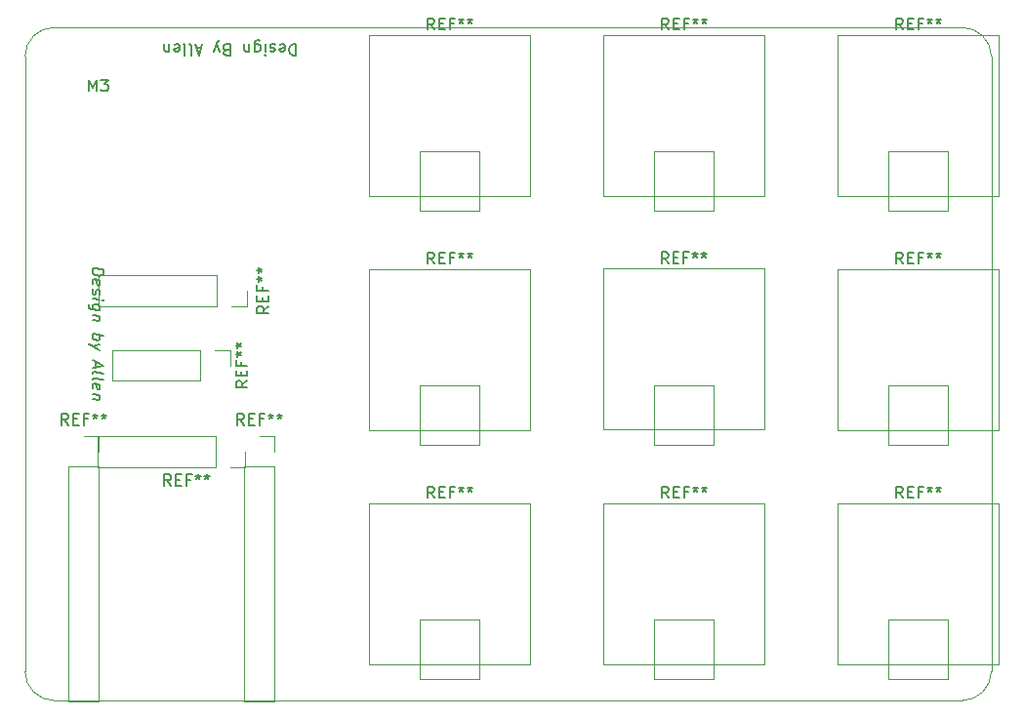
<source format=gbr>
%TF.GenerationSoftware,KiCad,Pcbnew,(6.0.5)*%
%TF.CreationDate,2022-06-04T16:39:11+08:00*%
%TF.ProjectId,keyboard_V3,6b657962-6f61-4726-945f-56332e6b6963,rev?*%
%TF.SameCoordinates,Original*%
%TF.FileFunction,Legend,Top*%
%TF.FilePolarity,Positive*%
%FSLAX46Y46*%
G04 Gerber Fmt 4.6, Leading zero omitted, Abs format (unit mm)*
G04 Created by KiCad (PCBNEW (6.0.5)) date 2022-06-04 16:39:11*
%MOMM*%
%LPD*%
G01*
G04 APERTURE LIST*
%TA.AperFunction,Profile*%
%ADD10C,0.100000*%
%TD*%
%TA.AperFunction,Profile*%
%ADD11C,0.050000*%
%TD*%
%ADD12C,0.150000*%
%ADD13C,0.120000*%
G04 APERTURE END LIST*
D10*
X107950000Y-113030000D02*
G75*
G03*
X110490000Y-110490000I0J2540000D01*
G01*
D11*
X101538462Y-65342253D02*
X106720062Y-65342253D01*
X106720062Y-65342253D02*
X106720062Y-70553853D01*
X106720062Y-70553853D02*
X101538462Y-70553853D01*
X101538462Y-70553853D02*
X101538462Y-65342253D01*
D10*
X29210000Y-113030000D02*
X107950000Y-113030000D01*
D11*
X60909200Y-85674200D02*
X66090800Y-85674200D01*
X66090800Y-85674200D02*
X66090800Y-90855800D01*
X66090800Y-90855800D02*
X60909200Y-90855800D01*
X60909200Y-90855800D02*
X60909200Y-85674200D01*
X60903194Y-65342253D02*
X66084794Y-65342253D01*
X66084794Y-65342253D02*
X66084794Y-70543853D01*
X66084794Y-70543853D02*
X60903194Y-70543853D01*
X60903194Y-70543853D02*
X60903194Y-65342253D01*
X101538462Y-85654200D02*
X106720062Y-85654200D01*
X106720062Y-85654200D02*
X106720062Y-90855800D01*
X106720062Y-90855800D02*
X101538462Y-90855800D01*
X101538462Y-90855800D02*
X101538462Y-85654200D01*
X81220828Y-85654200D02*
X86402428Y-85654200D01*
X86402428Y-85654200D02*
X86402428Y-90855800D01*
X86402428Y-90855800D02*
X81220828Y-90855800D01*
X81220828Y-90855800D02*
X81220828Y-85654200D01*
X81229200Y-65335000D02*
X86410800Y-65335000D01*
X86410800Y-65335000D02*
X86410800Y-70536600D01*
X86410800Y-70536600D02*
X81229200Y-70536600D01*
X81229200Y-70536600D02*
X81229200Y-65335000D01*
D10*
X26670000Y-110490000D02*
X26670000Y-57150000D01*
X110490000Y-110490000D02*
X110490000Y-57150000D01*
X110490000Y-57150000D02*
G75*
G03*
X107950000Y-54610000I-2540000J0D01*
G01*
D11*
X101549200Y-105974200D02*
X106730800Y-105974200D01*
X106730800Y-105974200D02*
X106730800Y-111195800D01*
X106730800Y-111195800D02*
X101549200Y-111195800D01*
X101549200Y-111195800D02*
X101549200Y-105974200D01*
D10*
X107950000Y-54610000D02*
X29210000Y-54610000D01*
D11*
X60909200Y-105984200D02*
X66090800Y-105984200D01*
X66090800Y-105984200D02*
X66090800Y-111175800D01*
X66090800Y-111175800D02*
X60909200Y-111175800D01*
X60909200Y-111175800D02*
X60909200Y-105984200D01*
X26670000Y-110490000D02*
G75*
G03*
X29210000Y-113030000I2540000J0D01*
G01*
X81229200Y-105974200D02*
X86410800Y-105974200D01*
X86410800Y-105974200D02*
X86410800Y-111195800D01*
X86410800Y-111195800D02*
X81229200Y-111195800D01*
X81229200Y-111195800D02*
X81229200Y-105974200D01*
X29210000Y-54610000D02*
G75*
G03*
X26670000Y-57150000I0J-2540000D01*
G01*
D12*
X32507619Y-75518660D02*
X33507619Y-75643660D01*
X33507619Y-75881755D01*
X33460000Y-76018660D01*
X33364761Y-76101994D01*
X33269523Y-76137708D01*
X33079047Y-76161517D01*
X32936190Y-76143660D01*
X32745714Y-76072232D01*
X32650476Y-76012708D01*
X32555238Y-75905565D01*
X32507619Y-75756755D01*
X32507619Y-75518660D01*
X32555238Y-76905565D02*
X32507619Y-76804375D01*
X32507619Y-76613898D01*
X32555238Y-76524613D01*
X32650476Y-76488898D01*
X33031428Y-76536517D01*
X33126666Y-76596041D01*
X33174285Y-76697232D01*
X33174285Y-76887708D01*
X33126666Y-76976994D01*
X33031428Y-77012708D01*
X32936190Y-77000803D01*
X32840952Y-76512708D01*
X32555238Y-77334136D02*
X32507619Y-77423422D01*
X32507619Y-77613898D01*
X32555238Y-77715089D01*
X32650476Y-77774613D01*
X32698095Y-77780565D01*
X32793333Y-77744851D01*
X32840952Y-77655565D01*
X32840952Y-77512708D01*
X32888571Y-77423422D01*
X32983809Y-77387708D01*
X33031428Y-77393660D01*
X33126666Y-77453184D01*
X33174285Y-77554375D01*
X33174285Y-77697232D01*
X33126666Y-77786517D01*
X32507619Y-78185327D02*
X33174285Y-78268660D01*
X33507619Y-78310327D02*
X33460000Y-78256755D01*
X33412380Y-78298422D01*
X33460000Y-78351994D01*
X33507619Y-78310327D01*
X33412380Y-78298422D01*
X33174285Y-79173422D02*
X32364761Y-79072232D01*
X32269523Y-79012708D01*
X32221904Y-78959136D01*
X32174285Y-78857946D01*
X32174285Y-78715089D01*
X32221904Y-78625803D01*
X32555238Y-79096041D02*
X32507619Y-78994851D01*
X32507619Y-78804375D01*
X32555238Y-78715089D01*
X32602857Y-78673422D01*
X32698095Y-78637708D01*
X32983809Y-78673422D01*
X33079047Y-78732946D01*
X33126666Y-78786517D01*
X33174285Y-78887708D01*
X33174285Y-79078184D01*
X33126666Y-79167470D01*
X33174285Y-79649613D02*
X32507619Y-79566279D01*
X33079047Y-79637708D02*
X33126666Y-79691279D01*
X33174285Y-79792470D01*
X33174285Y-79935327D01*
X33126666Y-80024613D01*
X33031428Y-80060327D01*
X32507619Y-79994851D01*
X32507619Y-81232946D02*
X33507619Y-81357946D01*
X33126666Y-81310327D02*
X33174285Y-81411517D01*
X33174285Y-81601994D01*
X33126666Y-81691279D01*
X33079047Y-81732946D01*
X32983809Y-81768660D01*
X32698095Y-81732946D01*
X32602857Y-81673422D01*
X32555238Y-81619851D01*
X32507619Y-81518660D01*
X32507619Y-81328184D01*
X32555238Y-81238898D01*
X33174285Y-82125803D02*
X32507619Y-82280565D01*
X33174285Y-82601994D02*
X32507619Y-82280565D01*
X32269523Y-82155565D01*
X32221904Y-82101994D01*
X32174285Y-82000803D01*
X32793333Y-83649613D02*
X32793333Y-84125803D01*
X32507619Y-83518660D02*
X33507619Y-83976994D01*
X32507619Y-84185327D01*
X32507619Y-84661517D02*
X32555238Y-84572232D01*
X32650476Y-84536517D01*
X33507619Y-84643660D01*
X32507619Y-85185327D02*
X32555238Y-85096041D01*
X32650476Y-85060327D01*
X33507619Y-85167470D01*
X32555238Y-85953184D02*
X32507619Y-85851994D01*
X32507619Y-85661517D01*
X32555238Y-85572232D01*
X32650476Y-85536517D01*
X33031428Y-85584136D01*
X33126666Y-85643660D01*
X33174285Y-85744851D01*
X33174285Y-85935327D01*
X33126666Y-86024613D01*
X33031428Y-86060327D01*
X32936190Y-86048422D01*
X32840952Y-85560327D01*
X33174285Y-86506755D02*
X32507619Y-86423422D01*
X33079047Y-86494851D02*
X33126666Y-86548422D01*
X33174285Y-86649613D01*
X33174285Y-86792470D01*
X33126666Y-86881755D01*
X33031428Y-86917470D01*
X32507619Y-86851994D01*
X50164285Y-56062619D02*
X50164285Y-57062619D01*
X49926190Y-57062619D01*
X49783333Y-57015000D01*
X49688095Y-56919761D01*
X49640476Y-56824523D01*
X49592857Y-56634047D01*
X49592857Y-56491190D01*
X49640476Y-56300714D01*
X49688095Y-56205476D01*
X49783333Y-56110238D01*
X49926190Y-56062619D01*
X50164285Y-56062619D01*
X48783333Y-56110238D02*
X48878571Y-56062619D01*
X49069047Y-56062619D01*
X49164285Y-56110238D01*
X49211904Y-56205476D01*
X49211904Y-56586428D01*
X49164285Y-56681666D01*
X49069047Y-56729285D01*
X48878571Y-56729285D01*
X48783333Y-56681666D01*
X48735714Y-56586428D01*
X48735714Y-56491190D01*
X49211904Y-56395952D01*
X48354761Y-56110238D02*
X48259523Y-56062619D01*
X48069047Y-56062619D01*
X47973809Y-56110238D01*
X47926190Y-56205476D01*
X47926190Y-56253095D01*
X47973809Y-56348333D01*
X48069047Y-56395952D01*
X48211904Y-56395952D01*
X48307142Y-56443571D01*
X48354761Y-56538809D01*
X48354761Y-56586428D01*
X48307142Y-56681666D01*
X48211904Y-56729285D01*
X48069047Y-56729285D01*
X47973809Y-56681666D01*
X47497619Y-56062619D02*
X47497619Y-56729285D01*
X47497619Y-57062619D02*
X47545238Y-57015000D01*
X47497619Y-56967380D01*
X47450000Y-57015000D01*
X47497619Y-57062619D01*
X47497619Y-56967380D01*
X46592857Y-56729285D02*
X46592857Y-55919761D01*
X46640476Y-55824523D01*
X46688095Y-55776904D01*
X46783333Y-55729285D01*
X46926190Y-55729285D01*
X47021428Y-55776904D01*
X46592857Y-56110238D02*
X46688095Y-56062619D01*
X46878571Y-56062619D01*
X46973809Y-56110238D01*
X47021428Y-56157857D01*
X47069047Y-56253095D01*
X47069047Y-56538809D01*
X47021428Y-56634047D01*
X46973809Y-56681666D01*
X46878571Y-56729285D01*
X46688095Y-56729285D01*
X46592857Y-56681666D01*
X46116666Y-56729285D02*
X46116666Y-56062619D01*
X46116666Y-56634047D02*
X46069047Y-56681666D01*
X45973809Y-56729285D01*
X45830952Y-56729285D01*
X45735714Y-56681666D01*
X45688095Y-56586428D01*
X45688095Y-56062619D01*
X44116666Y-56586428D02*
X43973809Y-56538809D01*
X43926190Y-56491190D01*
X43878571Y-56395952D01*
X43878571Y-56253095D01*
X43926190Y-56157857D01*
X43973809Y-56110238D01*
X44069047Y-56062619D01*
X44450000Y-56062619D01*
X44450000Y-57062619D01*
X44116666Y-57062619D01*
X44021428Y-57015000D01*
X43973809Y-56967380D01*
X43926190Y-56872142D01*
X43926190Y-56776904D01*
X43973809Y-56681666D01*
X44021428Y-56634047D01*
X44116666Y-56586428D01*
X44450000Y-56586428D01*
X43545238Y-56729285D02*
X43307142Y-56062619D01*
X43069047Y-56729285D02*
X43307142Y-56062619D01*
X43402380Y-55824523D01*
X43450000Y-55776904D01*
X43545238Y-55729285D01*
X41973809Y-56348333D02*
X41497619Y-56348333D01*
X42069047Y-56062619D02*
X41735714Y-57062619D01*
X41402380Y-56062619D01*
X40926190Y-56062619D02*
X41021428Y-56110238D01*
X41069047Y-56205476D01*
X41069047Y-57062619D01*
X40402380Y-56062619D02*
X40497619Y-56110238D01*
X40545238Y-56205476D01*
X40545238Y-57062619D01*
X39640476Y-56110238D02*
X39735714Y-56062619D01*
X39926190Y-56062619D01*
X40021428Y-56110238D01*
X40069047Y-56205476D01*
X40069047Y-56586428D01*
X40021428Y-56681666D01*
X39926190Y-56729285D01*
X39735714Y-56729285D01*
X39640476Y-56681666D01*
X39592857Y-56586428D01*
X39592857Y-56491190D01*
X40069047Y-56395952D01*
X39164285Y-56729285D02*
X39164285Y-56062619D01*
X39164285Y-56634047D02*
X39116666Y-56681666D01*
X39021428Y-56729285D01*
X38878571Y-56729285D01*
X38783333Y-56681666D01*
X38735714Y-56586428D01*
X38735714Y-56062619D01*
X32210476Y-60142380D02*
X32210476Y-59142380D01*
X32543809Y-59856666D01*
X32877142Y-59142380D01*
X32877142Y-60142380D01*
X33258095Y-59142380D02*
X33877142Y-59142380D01*
X33543809Y-59523333D01*
X33686666Y-59523333D01*
X33781904Y-59570952D01*
X33829523Y-59618571D01*
X33877142Y-59713809D01*
X33877142Y-59951904D01*
X33829523Y-60047142D01*
X33781904Y-60094761D01*
X33686666Y-60142380D01*
X33400952Y-60142380D01*
X33305714Y-60094761D01*
X33258095Y-60047142D01*
%TO.C,REF\u002A\u002A*%
X62166666Y-54808380D02*
X61833333Y-54332190D01*
X61595238Y-54808380D02*
X61595238Y-53808380D01*
X61976190Y-53808380D01*
X62071428Y-53856000D01*
X62119047Y-53903619D01*
X62166666Y-53998857D01*
X62166666Y-54141714D01*
X62119047Y-54236952D01*
X62071428Y-54284571D01*
X61976190Y-54332190D01*
X61595238Y-54332190D01*
X62595238Y-54284571D02*
X62928571Y-54284571D01*
X63071428Y-54808380D02*
X62595238Y-54808380D01*
X62595238Y-53808380D01*
X63071428Y-53808380D01*
X63833333Y-54284571D02*
X63500000Y-54284571D01*
X63500000Y-54808380D02*
X63500000Y-53808380D01*
X63976190Y-53808380D01*
X64500000Y-53808380D02*
X64500000Y-54046476D01*
X64261904Y-53951238D02*
X64500000Y-54046476D01*
X64738095Y-53951238D01*
X64357142Y-54236952D02*
X64500000Y-54046476D01*
X64642857Y-54236952D01*
X65261904Y-53808380D02*
X65261904Y-54046476D01*
X65023809Y-53951238D02*
X65261904Y-54046476D01*
X65500000Y-53951238D01*
X65119047Y-54236952D02*
X65261904Y-54046476D01*
X65404761Y-54236952D01*
X102806666Y-95448380D02*
X102473333Y-94972190D01*
X102235238Y-95448380D02*
X102235238Y-94448380D01*
X102616190Y-94448380D01*
X102711428Y-94496000D01*
X102759047Y-94543619D01*
X102806666Y-94638857D01*
X102806666Y-94781714D01*
X102759047Y-94876952D01*
X102711428Y-94924571D01*
X102616190Y-94972190D01*
X102235238Y-94972190D01*
X103235238Y-94924571D02*
X103568571Y-94924571D01*
X103711428Y-95448380D02*
X103235238Y-95448380D01*
X103235238Y-94448380D01*
X103711428Y-94448380D01*
X104473333Y-94924571D02*
X104140000Y-94924571D01*
X104140000Y-95448380D02*
X104140000Y-94448380D01*
X104616190Y-94448380D01*
X105140000Y-94448380D02*
X105140000Y-94686476D01*
X104901904Y-94591238D02*
X105140000Y-94686476D01*
X105378095Y-94591238D01*
X104997142Y-94876952D02*
X105140000Y-94686476D01*
X105282857Y-94876952D01*
X105901904Y-94448380D02*
X105901904Y-94686476D01*
X105663809Y-94591238D02*
X105901904Y-94686476D01*
X106140000Y-94591238D01*
X105759047Y-94876952D02*
X105901904Y-94686476D01*
X106044761Y-94876952D01*
X82486666Y-95448380D02*
X82153333Y-94972190D01*
X81915238Y-95448380D02*
X81915238Y-94448380D01*
X82296190Y-94448380D01*
X82391428Y-94496000D01*
X82439047Y-94543619D01*
X82486666Y-94638857D01*
X82486666Y-94781714D01*
X82439047Y-94876952D01*
X82391428Y-94924571D01*
X82296190Y-94972190D01*
X81915238Y-94972190D01*
X82915238Y-94924571D02*
X83248571Y-94924571D01*
X83391428Y-95448380D02*
X82915238Y-95448380D01*
X82915238Y-94448380D01*
X83391428Y-94448380D01*
X84153333Y-94924571D02*
X83820000Y-94924571D01*
X83820000Y-95448380D02*
X83820000Y-94448380D01*
X84296190Y-94448380D01*
X84820000Y-94448380D02*
X84820000Y-94686476D01*
X84581904Y-94591238D02*
X84820000Y-94686476D01*
X85058095Y-94591238D01*
X84677142Y-94876952D02*
X84820000Y-94686476D01*
X84962857Y-94876952D01*
X85581904Y-94448380D02*
X85581904Y-94686476D01*
X85343809Y-94591238D02*
X85581904Y-94686476D01*
X85820000Y-94591238D01*
X85439047Y-94876952D02*
X85581904Y-94686476D01*
X85724761Y-94876952D01*
X45656666Y-89122380D02*
X45323333Y-88646190D01*
X45085238Y-89122380D02*
X45085238Y-88122380D01*
X45466190Y-88122380D01*
X45561428Y-88170000D01*
X45609047Y-88217619D01*
X45656666Y-88312857D01*
X45656666Y-88455714D01*
X45609047Y-88550952D01*
X45561428Y-88598571D01*
X45466190Y-88646190D01*
X45085238Y-88646190D01*
X46085238Y-88598571D02*
X46418571Y-88598571D01*
X46561428Y-89122380D02*
X46085238Y-89122380D01*
X46085238Y-88122380D01*
X46561428Y-88122380D01*
X47323333Y-88598571D02*
X46990000Y-88598571D01*
X46990000Y-89122380D02*
X46990000Y-88122380D01*
X47466190Y-88122380D01*
X47990000Y-88122380D02*
X47990000Y-88360476D01*
X47751904Y-88265238D02*
X47990000Y-88360476D01*
X48228095Y-88265238D01*
X47847142Y-88550952D02*
X47990000Y-88360476D01*
X48132857Y-88550952D01*
X48751904Y-88122380D02*
X48751904Y-88360476D01*
X48513809Y-88265238D02*
X48751904Y-88360476D01*
X48990000Y-88265238D01*
X48609047Y-88550952D02*
X48751904Y-88360476D01*
X48894761Y-88550952D01*
X82486666Y-54808380D02*
X82153333Y-54332190D01*
X81915238Y-54808380D02*
X81915238Y-53808380D01*
X82296190Y-53808380D01*
X82391428Y-53856000D01*
X82439047Y-53903619D01*
X82486666Y-53998857D01*
X82486666Y-54141714D01*
X82439047Y-54236952D01*
X82391428Y-54284571D01*
X82296190Y-54332190D01*
X81915238Y-54332190D01*
X82915238Y-54284571D02*
X83248571Y-54284571D01*
X83391428Y-54808380D02*
X82915238Y-54808380D01*
X82915238Y-53808380D01*
X83391428Y-53808380D01*
X84153333Y-54284571D02*
X83820000Y-54284571D01*
X83820000Y-54808380D02*
X83820000Y-53808380D01*
X84296190Y-53808380D01*
X84820000Y-53808380D02*
X84820000Y-54046476D01*
X84581904Y-53951238D02*
X84820000Y-54046476D01*
X85058095Y-53951238D01*
X84677142Y-54236952D02*
X84820000Y-54046476D01*
X84962857Y-54236952D01*
X85581904Y-53808380D02*
X85581904Y-54046476D01*
X85343809Y-53951238D02*
X85581904Y-54046476D01*
X85820000Y-53951238D01*
X85439047Y-54236952D02*
X85581904Y-54046476D01*
X85724761Y-54236952D01*
X102806666Y-75128380D02*
X102473333Y-74652190D01*
X102235238Y-75128380D02*
X102235238Y-74128380D01*
X102616190Y-74128380D01*
X102711428Y-74176000D01*
X102759047Y-74223619D01*
X102806666Y-74318857D01*
X102806666Y-74461714D01*
X102759047Y-74556952D01*
X102711428Y-74604571D01*
X102616190Y-74652190D01*
X102235238Y-74652190D01*
X103235238Y-74604571D02*
X103568571Y-74604571D01*
X103711428Y-75128380D02*
X103235238Y-75128380D01*
X103235238Y-74128380D01*
X103711428Y-74128380D01*
X104473333Y-74604571D02*
X104140000Y-74604571D01*
X104140000Y-75128380D02*
X104140000Y-74128380D01*
X104616190Y-74128380D01*
X105140000Y-74128380D02*
X105140000Y-74366476D01*
X104901904Y-74271238D02*
X105140000Y-74366476D01*
X105378095Y-74271238D01*
X104997142Y-74556952D02*
X105140000Y-74366476D01*
X105282857Y-74556952D01*
X105901904Y-74128380D02*
X105901904Y-74366476D01*
X105663809Y-74271238D02*
X105901904Y-74366476D01*
X106140000Y-74271238D01*
X105759047Y-74556952D02*
X105901904Y-74366476D01*
X106044761Y-74556952D01*
X30416666Y-89122380D02*
X30083333Y-88646190D01*
X29845238Y-89122380D02*
X29845238Y-88122380D01*
X30226190Y-88122380D01*
X30321428Y-88170000D01*
X30369047Y-88217619D01*
X30416666Y-88312857D01*
X30416666Y-88455714D01*
X30369047Y-88550952D01*
X30321428Y-88598571D01*
X30226190Y-88646190D01*
X29845238Y-88646190D01*
X30845238Y-88598571D02*
X31178571Y-88598571D01*
X31321428Y-89122380D02*
X30845238Y-89122380D01*
X30845238Y-88122380D01*
X31321428Y-88122380D01*
X32083333Y-88598571D02*
X31750000Y-88598571D01*
X31750000Y-89122380D02*
X31750000Y-88122380D01*
X32226190Y-88122380D01*
X32750000Y-88122380D02*
X32750000Y-88360476D01*
X32511904Y-88265238D02*
X32750000Y-88360476D01*
X32988095Y-88265238D01*
X32607142Y-88550952D02*
X32750000Y-88360476D01*
X32892857Y-88550952D01*
X33511904Y-88122380D02*
X33511904Y-88360476D01*
X33273809Y-88265238D02*
X33511904Y-88360476D01*
X33750000Y-88265238D01*
X33369047Y-88550952D02*
X33511904Y-88360476D01*
X33654761Y-88550952D01*
X82467448Y-75118771D02*
X82134115Y-74642581D01*
X81896020Y-75118771D02*
X81896020Y-74118771D01*
X82276972Y-74118771D01*
X82372210Y-74166391D01*
X82419829Y-74214010D01*
X82467448Y-74309248D01*
X82467448Y-74452105D01*
X82419829Y-74547343D01*
X82372210Y-74594962D01*
X82276972Y-74642581D01*
X81896020Y-74642581D01*
X82896020Y-74594962D02*
X83229353Y-74594962D01*
X83372210Y-75118771D02*
X82896020Y-75118771D01*
X82896020Y-74118771D01*
X83372210Y-74118771D01*
X84134115Y-74594962D02*
X83800782Y-74594962D01*
X83800782Y-75118771D02*
X83800782Y-74118771D01*
X84276972Y-74118771D01*
X84800782Y-74118771D02*
X84800782Y-74356867D01*
X84562686Y-74261629D02*
X84800782Y-74356867D01*
X85038877Y-74261629D01*
X84657924Y-74547343D02*
X84800782Y-74356867D01*
X84943639Y-74547343D01*
X85562686Y-74118771D02*
X85562686Y-74356867D01*
X85324591Y-74261629D02*
X85562686Y-74356867D01*
X85800782Y-74261629D01*
X85419829Y-74547343D02*
X85562686Y-74356867D01*
X85705543Y-74547343D01*
X62166666Y-95448380D02*
X61833333Y-94972190D01*
X61595238Y-95448380D02*
X61595238Y-94448380D01*
X61976190Y-94448380D01*
X62071428Y-94496000D01*
X62119047Y-94543619D01*
X62166666Y-94638857D01*
X62166666Y-94781714D01*
X62119047Y-94876952D01*
X62071428Y-94924571D01*
X61976190Y-94972190D01*
X61595238Y-94972190D01*
X62595238Y-94924571D02*
X62928571Y-94924571D01*
X63071428Y-95448380D02*
X62595238Y-95448380D01*
X62595238Y-94448380D01*
X63071428Y-94448380D01*
X63833333Y-94924571D02*
X63500000Y-94924571D01*
X63500000Y-95448380D02*
X63500000Y-94448380D01*
X63976190Y-94448380D01*
X64500000Y-94448380D02*
X64500000Y-94686476D01*
X64261904Y-94591238D02*
X64500000Y-94686476D01*
X64738095Y-94591238D01*
X64357142Y-94876952D02*
X64500000Y-94686476D01*
X64642857Y-94876952D01*
X65261904Y-94448380D02*
X65261904Y-94686476D01*
X65023809Y-94591238D02*
X65261904Y-94686476D01*
X65500000Y-94591238D01*
X65119047Y-94876952D02*
X65261904Y-94686476D01*
X65404761Y-94876952D01*
X62166666Y-75128380D02*
X61833333Y-74652190D01*
X61595238Y-75128380D02*
X61595238Y-74128380D01*
X61976190Y-74128380D01*
X62071428Y-74176000D01*
X62119047Y-74223619D01*
X62166666Y-74318857D01*
X62166666Y-74461714D01*
X62119047Y-74556952D01*
X62071428Y-74604571D01*
X61976190Y-74652190D01*
X61595238Y-74652190D01*
X62595238Y-74604571D02*
X62928571Y-74604571D01*
X63071428Y-75128380D02*
X62595238Y-75128380D01*
X62595238Y-74128380D01*
X63071428Y-74128380D01*
X63833333Y-74604571D02*
X63500000Y-74604571D01*
X63500000Y-75128380D02*
X63500000Y-74128380D01*
X63976190Y-74128380D01*
X64500000Y-74128380D02*
X64500000Y-74366476D01*
X64261904Y-74271238D02*
X64500000Y-74366476D01*
X64738095Y-74271238D01*
X64357142Y-74556952D02*
X64500000Y-74366476D01*
X64642857Y-74556952D01*
X65261904Y-74128380D02*
X65261904Y-74366476D01*
X65023809Y-74271238D02*
X65261904Y-74366476D01*
X65500000Y-74271238D01*
X65119047Y-74556952D02*
X65261904Y-74366476D01*
X65404761Y-74556952D01*
X102806666Y-54808380D02*
X102473333Y-54332190D01*
X102235238Y-54808380D02*
X102235238Y-53808380D01*
X102616190Y-53808380D01*
X102711428Y-53856000D01*
X102759047Y-53903619D01*
X102806666Y-53998857D01*
X102806666Y-54141714D01*
X102759047Y-54236952D01*
X102711428Y-54284571D01*
X102616190Y-54332190D01*
X102235238Y-54332190D01*
X103235238Y-54284571D02*
X103568571Y-54284571D01*
X103711428Y-54808380D02*
X103235238Y-54808380D01*
X103235238Y-53808380D01*
X103711428Y-53808380D01*
X104473333Y-54284571D02*
X104140000Y-54284571D01*
X104140000Y-54808380D02*
X104140000Y-53808380D01*
X104616190Y-53808380D01*
X105140000Y-53808380D02*
X105140000Y-54046476D01*
X104901904Y-53951238D02*
X105140000Y-54046476D01*
X105378095Y-53951238D01*
X104997142Y-54236952D02*
X105140000Y-54046476D01*
X105282857Y-54236952D01*
X105901904Y-53808380D02*
X105901904Y-54046476D01*
X105663809Y-53951238D02*
X105901904Y-54046476D01*
X106140000Y-53951238D01*
X105759047Y-54236952D02*
X105901904Y-54046476D01*
X106044761Y-54236952D01*
X39336666Y-94407380D02*
X39003333Y-93931190D01*
X38765238Y-94407380D02*
X38765238Y-93407380D01*
X39146190Y-93407380D01*
X39241428Y-93455000D01*
X39289047Y-93502619D01*
X39336666Y-93597857D01*
X39336666Y-93740714D01*
X39289047Y-93835952D01*
X39241428Y-93883571D01*
X39146190Y-93931190D01*
X38765238Y-93931190D01*
X39765238Y-93883571D02*
X40098571Y-93883571D01*
X40241428Y-94407380D02*
X39765238Y-94407380D01*
X39765238Y-93407380D01*
X40241428Y-93407380D01*
X41003333Y-93883571D02*
X40670000Y-93883571D01*
X40670000Y-94407380D02*
X40670000Y-93407380D01*
X41146190Y-93407380D01*
X41670000Y-93407380D02*
X41670000Y-93645476D01*
X41431904Y-93550238D02*
X41670000Y-93645476D01*
X41908095Y-93550238D01*
X41527142Y-93835952D02*
X41670000Y-93645476D01*
X41812857Y-93835952D01*
X42431904Y-93407380D02*
X42431904Y-93645476D01*
X42193809Y-93550238D02*
X42431904Y-93645476D01*
X42670000Y-93550238D01*
X42289047Y-93835952D02*
X42431904Y-93645476D01*
X42574761Y-93835952D01*
X45952380Y-85280333D02*
X45476190Y-85613666D01*
X45952380Y-85851761D02*
X44952380Y-85851761D01*
X44952380Y-85470809D01*
X45000000Y-85375571D01*
X45047619Y-85327952D01*
X45142857Y-85280333D01*
X45285714Y-85280333D01*
X45380952Y-85327952D01*
X45428571Y-85375571D01*
X45476190Y-85470809D01*
X45476190Y-85851761D01*
X45428571Y-84851761D02*
X45428571Y-84518428D01*
X45952380Y-84375571D02*
X45952380Y-84851761D01*
X44952380Y-84851761D01*
X44952380Y-84375571D01*
X45428571Y-83613666D02*
X45428571Y-83947000D01*
X45952380Y-83947000D02*
X44952380Y-83947000D01*
X44952380Y-83470809D01*
X44952380Y-82947000D02*
X45190476Y-82947000D01*
X45095238Y-83185095D02*
X45190476Y-82947000D01*
X45095238Y-82708904D01*
X45380952Y-83089857D02*
X45190476Y-82947000D01*
X45380952Y-82804142D01*
X44952380Y-82185095D02*
X45190476Y-82185095D01*
X45095238Y-82423190D02*
X45190476Y-82185095D01*
X45095238Y-81947000D01*
X45380952Y-82327952D02*
X45190476Y-82185095D01*
X45380952Y-82042238D01*
X47799380Y-78803333D02*
X47323190Y-79136666D01*
X47799380Y-79374761D02*
X46799380Y-79374761D01*
X46799380Y-78993809D01*
X46847000Y-78898571D01*
X46894619Y-78850952D01*
X46989857Y-78803333D01*
X47132714Y-78803333D01*
X47227952Y-78850952D01*
X47275571Y-78898571D01*
X47323190Y-78993809D01*
X47323190Y-79374761D01*
X47275571Y-78374761D02*
X47275571Y-78041428D01*
X47799380Y-77898571D02*
X47799380Y-78374761D01*
X46799380Y-78374761D01*
X46799380Y-77898571D01*
X47275571Y-77136666D02*
X47275571Y-77470000D01*
X47799380Y-77470000D02*
X46799380Y-77470000D01*
X46799380Y-76993809D01*
X46799380Y-76470000D02*
X47037476Y-76470000D01*
X46942238Y-76708095D02*
X47037476Y-76470000D01*
X46942238Y-76231904D01*
X47227952Y-76612857D02*
X47037476Y-76470000D01*
X47227952Y-76327142D01*
X46799380Y-75708095D02*
X47037476Y-75708095D01*
X46942238Y-75946190D02*
X47037476Y-75708095D01*
X46942238Y-75470000D01*
X47227952Y-75850952D02*
X47037476Y-75708095D01*
X47227952Y-75565238D01*
D13*
X56515000Y-69215000D02*
X56515000Y-55245000D01*
X70485000Y-55245000D02*
X70485000Y-69215000D01*
X70485000Y-69215000D02*
X56515000Y-69215000D01*
X56515000Y-55245000D02*
X70485000Y-55245000D01*
X97155000Y-95885000D02*
X111125000Y-95885000D01*
X111125000Y-109855000D02*
X97155000Y-109855000D01*
X111125000Y-95885000D02*
X111125000Y-109855000D01*
X97155000Y-109855000D02*
X97155000Y-95885000D01*
X76835000Y-95885000D02*
X90805000Y-95885000D01*
X76835000Y-109855000D02*
X76835000Y-95885000D01*
X90805000Y-109855000D02*
X76835000Y-109855000D01*
X90805000Y-95885000D02*
X90805000Y-109855000D01*
X45660000Y-92710000D02*
X48320000Y-92710000D01*
X48320000Y-92710000D02*
X48320000Y-113090000D01*
X45660000Y-92710000D02*
X45660000Y-113090000D01*
X48320000Y-90110000D02*
X48320000Y-91440000D01*
X45660000Y-113090000D02*
X48320000Y-113090000D01*
X46990000Y-90110000D02*
X48320000Y-90110000D01*
X76835000Y-69215000D02*
X76835000Y-55245000D01*
X76835000Y-55245000D02*
X90805000Y-55245000D01*
X90805000Y-69215000D02*
X76835000Y-69215000D01*
X90805000Y-55245000D02*
X90805000Y-69215000D01*
X97155000Y-89535000D02*
X97155000Y-75565000D01*
X111125000Y-75565000D02*
X111125000Y-89535000D01*
X111125000Y-89535000D02*
X97155000Y-89535000D01*
X97155000Y-75565000D02*
X111125000Y-75565000D01*
X30420000Y-92710000D02*
X33080000Y-92710000D01*
X31750000Y-90110000D02*
X33080000Y-90110000D01*
X30420000Y-113090000D02*
X33080000Y-113090000D01*
X33080000Y-92710000D02*
X33080000Y-113090000D01*
X33080000Y-90110000D02*
X33080000Y-91440000D01*
X30420000Y-92710000D02*
X30420000Y-113090000D01*
X76815782Y-75555391D02*
X90785782Y-75555391D01*
X90785782Y-75555391D02*
X90785782Y-89525391D01*
X76815782Y-89525391D02*
X76815782Y-75555391D01*
X90785782Y-89525391D02*
X76815782Y-89525391D01*
X70485000Y-109855000D02*
X56515000Y-109855000D01*
X70485000Y-95885000D02*
X70485000Y-109855000D01*
X56515000Y-95885000D02*
X70485000Y-95885000D01*
X56515000Y-109855000D02*
X56515000Y-95885000D01*
X56515000Y-89535000D02*
X56515000Y-75565000D01*
X56515000Y-75565000D02*
X70485000Y-75565000D01*
X70485000Y-89535000D02*
X56515000Y-89535000D01*
X70485000Y-75565000D02*
X70485000Y-89535000D01*
X97155000Y-69215000D02*
X97155000Y-55245000D01*
X111125000Y-69215000D02*
X97155000Y-69215000D01*
X111125000Y-55245000D02*
X111125000Y-69215000D01*
X97155000Y-55245000D02*
X111125000Y-55245000D01*
X32960000Y-90110000D02*
X32960000Y-92770000D01*
X45780000Y-92770000D02*
X44450000Y-92770000D01*
X43180000Y-90110000D02*
X43180000Y-92770000D01*
X43180000Y-90110000D02*
X32960000Y-90110000D01*
X43180000Y-92770000D02*
X32960000Y-92770000D01*
X45780000Y-91440000D02*
X45780000Y-92770000D01*
X34220000Y-82617000D02*
X34220000Y-85277000D01*
X41900000Y-82617000D02*
X41900000Y-85277000D01*
X41900000Y-85277000D02*
X34220000Y-85277000D01*
X43170000Y-82617000D02*
X44500000Y-82617000D01*
X44500000Y-82617000D02*
X44500000Y-83947000D01*
X41900000Y-82617000D02*
X34220000Y-82617000D01*
X43307000Y-76140000D02*
X33087000Y-76140000D01*
X33087000Y-76140000D02*
X33087000Y-78800000D01*
X43307000Y-78800000D02*
X33087000Y-78800000D01*
X45907000Y-77470000D02*
X45907000Y-78800000D01*
X43307000Y-76140000D02*
X43307000Y-78800000D01*
X45907000Y-78800000D02*
X44577000Y-78800000D01*
%TD*%
M02*

</source>
